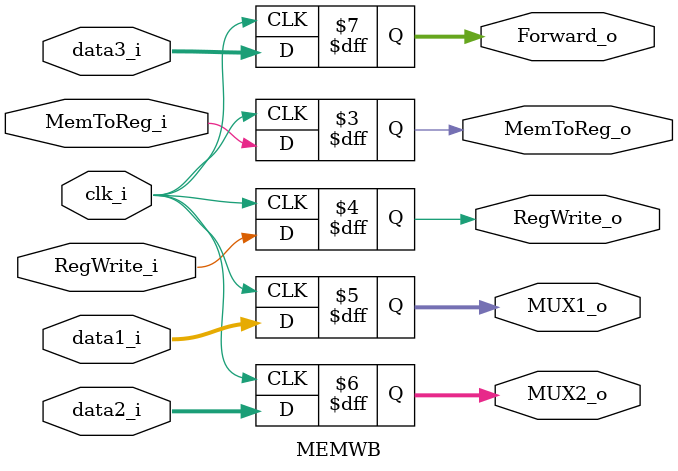
<source format=v>
module MEMWB (
	clk_i,
	MemToReg_i,
	RegWrite_i,
	data1_i,
	data2_i,
	data3_i,
	MemToReg_o,
	RegWrite_o,
	MUX1_o,
	MUX2_o,
	Forward_o
);

input           clk_i;
// control signals
input           MemToReg_i;
input           RegWrite_i;
// data
input   [31:0]  data1_i;    // Data Memory's read data
input   [31:0]  data2_i;    // EXMEM's ALU result (data1_o)
input   [4:0]  data3_i;    // EXMEM's MEMWB_o (forwarded from IDEX)

// control signals
output          MemToReg_o; 
output          RegWrite_o;
// data
output  [31:0]  MUX1_o;
output  [31:0]  MUX2_o;
output  [4:0]  Forward_o;
// control 
reg          MemToReg_o; 
reg          RegWrite_o;
// data
reg  [31:0]  MUX1_o;
reg  [31:0]  MUX2_o;
reg  [4:0]  Forward_o;
initial begin
	MemToReg_o <= 1'b0;
	RegWrite_o <= 1'b0;
	MUX1_o		<= 32'd0;
	MUX2_o		<= 32'd0;
	Forward_o	<= 5'd0;

end
// literally just passes everything along without modifying anything signals
// always @(posedge clk_i & (MemToReg_i | RegWrite_i | data1_i | data2_i | data3_i))
always @(posedge clk_i)
begin
	// control signals
	MemToReg_o <= MemToReg_i;
	RegWrite_o <= RegWrite_i;
	// data
	MUX1_o     <= data1_i;
	MUX2_o     <= data2_i;
	Forward_o  <= data3_i;
end

endmodule
</source>
